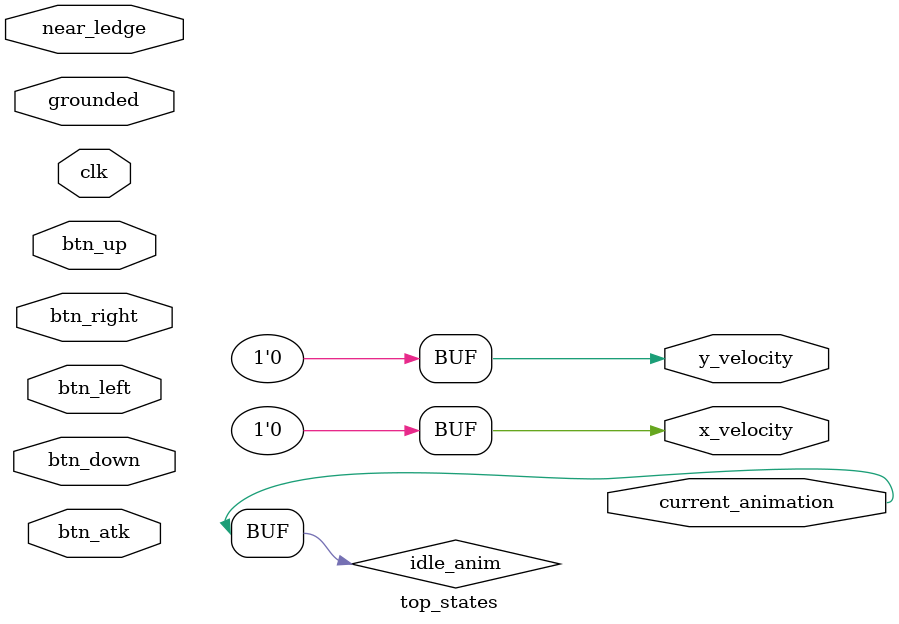
<source format=sv>
module top_states (
    input logic clk,
    input logic near_ledge,
    input logic grounded,
    input logic btn_atk,
    input logic btn_up,
    input logic btn_down,
    input logic btn_left,
    input logic btn_right,
    output logic x_velocity, // need to decide bit amount (probably 8 bits)
    output logic y_velocity, // need to decide bit amount (probably 8 bits)
    output logic current_animation // havent decided bit amount
);

// we input all these into the sub FSM modules
logic hit_stun_active;
logic can_grab_ledge;
logic attack_active;
logic dodge_active;
logic shield_active;
logic atk_anim; // need to decide bit amount
logic mov_anim; // need to decide bit amount
logic shield_anim; // need to decide bit amount
logic hit_anim; // need to decide bit amount
logic idle_anim; // need to decide bit amount; Falls under movement but this will
                 // be idle_anim is used for the default case specifically

typedef enum {HIT,LEDGE,ATTACK,DODGE,SHIELD,MOVE} top_state; // states
top_state current_state;
// deciding priority of states
always_comb begin
    if (hit_stun_active)  current_state = HIT;
    else if (near_ledge & can_grab_ledge) current_state = LEDGE;
    else if (attack_active) current_state = ATTACK;
    else if (dodge_active) current_state = DODGE;
    else if (shield_active & grounded) current_state = SHIELD;
    else current_state = MOVE;
end

always_comb begin

case(current_state)

default begin
    x_velocity = 0;
    y_velocity = 0;
    current_animation = idle_anim;
end
endcase

end



endmodule
</source>
